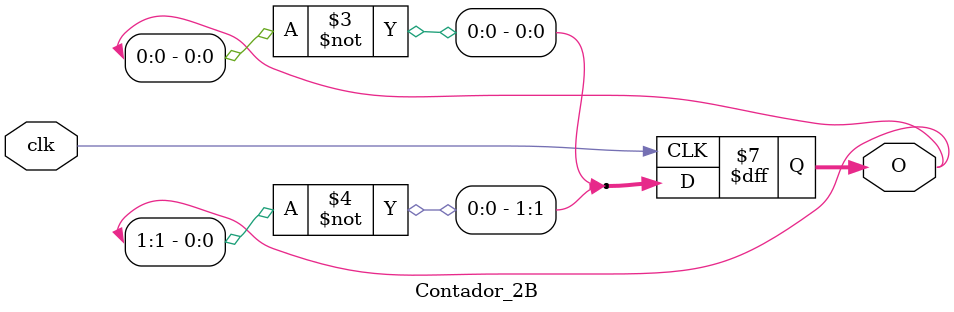
<source format=v>
`timescale 1ns / 1ps

module Contador_2B(clk, O);
	
	integer i=0;
	
	input clk;
	output reg [1:0] O = 0;
	
	always@(posedge clk) begin
		for(i=0;i<2;i=i+1)begin
			O[i]=~O[i];
			if(O[i])begin
				i=2;
			end
		end
	end
	
endmodule

</source>
